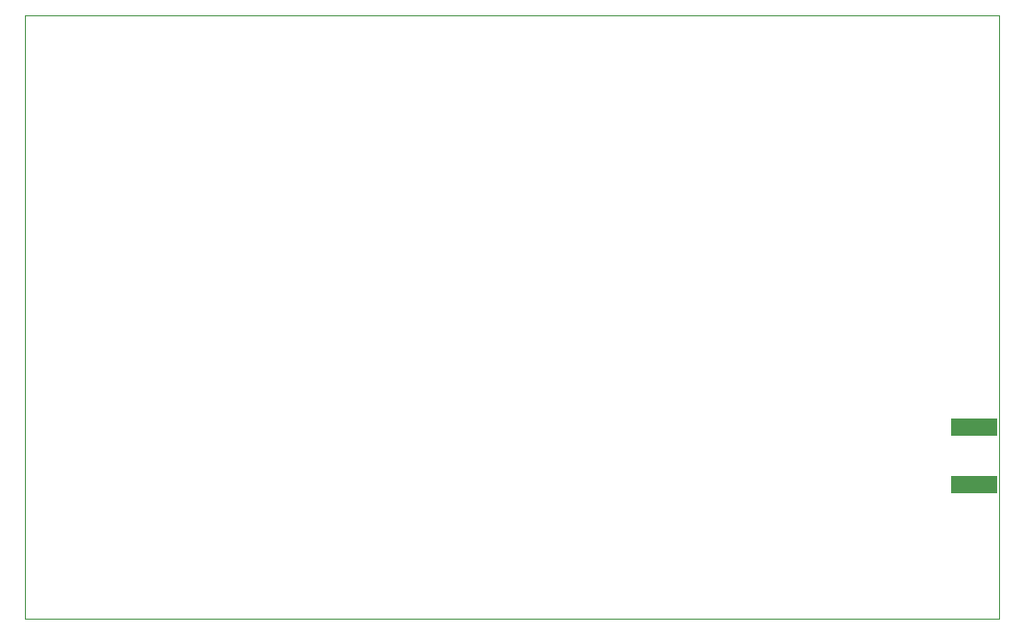
<source format=gbp>
G04 Layer_Color=16770453*
%FSLAX43Y43*%
%MOMM*%
G71*
G01*
G75*
%ADD26R,4.064X1.524*%
%ADD64C,0.100*%
D26*
X125610Y118553D02*
D03*
Y113473D02*
D03*
D64*
X41810Y154913D02*
X127810D01*
Y101613D02*
Y154913D01*
X41810Y101613D02*
Y154913D01*
Y101613D02*
X127810D01*
M02*

</source>
